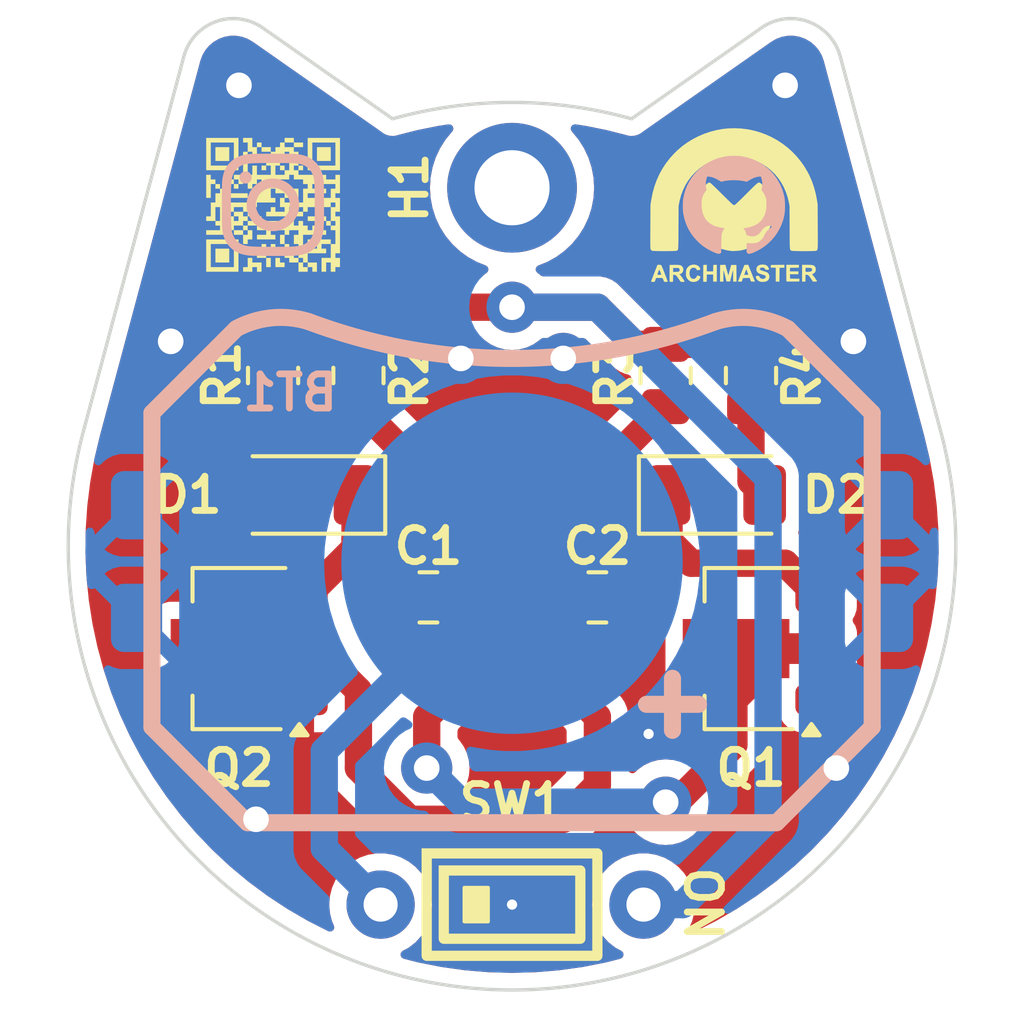
<source format=kicad_pcb>
(kicad_pcb (version 20240108) (generator "pcbnew") (generator_version "8.0")
  (layers (0 "F.Cu" signal) (31 "B.Cu" signal) (34 "B.Paste" user) (35 "F.Paste" user) (36 "B.SilkS" user "B.Silkscreen") (37 "F.SilkS" user "F.Silkscreen") (38 "B.Mask" user) (39 "F.Mask" user) (44 "Edge.Cuts" user))
  (net 0 "")
  (net 1 "Net-(BT1-+)")
  (net 2 "GND")
  (net 3 "Net-(Q1-B)")
  (net 4 "Net-(D1-K)")
  (net 5 "Net-(D2-K)")
  (net 6 "Net-(Q2-B)")
  (net 7 "Net-(D1-A)")
  (net 8 "Net-(D2-A)")
  (net 9 "Net-(SW1-B)")
  (footprint "Soso:DIP switch 1P THT" (layer "F.Cu") (at 30 41.5)
    (property "Reference" "SW1" (at 0 -3 0) (layer "F.SilkS") (effects (font (thickness 0.2) (bold yes))))
    (property "Value" "SW_SPST")
    (fp_text user "ON" (at 5 -1.2 -90) (layer "F.SilkS") (effects (font (thickness 0.2) (bold yes)) (justify left bottom)))
    (pad "1" thru_hole circle (at -3.85 0 90) (size 2 2) (drill 1) (layers "*.Cu" "*.Mask") (net 1 "Net-(BT1-+)"))
    (pad "2" thru_hole circle (at 3.85 0 90) (size 2 2) (drill 1) (layers "*.Cu" "*.Mask") (net 9 "Net-(SW1-B)"))
  )
  (footprint "Package_TO_SOT_SMD:SOT-89-3" (layer "F.Cu") (at 22 34 180)
    (property "Reference" "Q2" (at 0 -3.5 0) (layer "F.SilkS") (effects (font (thickness 0.2) (bold yes))))
    (property "Value" "2N3904U")
    (pad "1" smd roundrect (at -1.95 -1.5 180) (size 1.3 0.9) (layers "F.Cu" "F.Paste" "F.Mask") (net 2 "GND"))
    (pad "2" smd custom (at -1.8625 0 180) (size 1.475 0.9) (layers "F.Cu" "F.Paste" "F.Mask") (net 6 "Net-(Q2-B)") (options (clearance outline) (anchor rect)) (primitives (gr_poly (pts (xy 3.8625 0.8665) (xy 0.7375 0.8665) (xy 0.7375 -0.8665) (xy 3.8625 -0.8665)) (width 0) (fill yes))))
    (pad "3" smd roundrect (at -1.95 1.5 180) (size 1.3 0.9) (layers "F.Cu" "F.Paste" "F.Mask") (net 4 "Net-(D1-K)"))
  )
  (footprint "Capacitor_SMD:C_0805_2012Metric" (layer "F.Cu") (at 32.5 32.5 180)
    (property "Reference" "C2" (at 0 1.5 0) (layer "F.SilkS") (effects (font (thickness 0.2) (bold yes))))
    (property "Value" "C_Polarized")
    (pad "1" smd roundrect (at -0.95 0 180) (size 1 1.45) (layers "F.Cu" "F.Paste" "F.Mask") (net 5 "Net-(D2-K)"))
    (pad "2" smd roundrect (at 0.95 0 180) (size 1 1.45) (layers "F.Cu" "F.Paste" "F.Mask") (net 6 "Net-(Q2-B)"))
  )
  (footprint "Resistor_SMD:R_0805_2012Metric" (layer "F.Cu") (at 25.5 26 -90)
    (property "Reference" "R2" (at 0 -1.5 90) (layer "F.SilkS") (effects (font (thickness 0.2) (bold yes))))
    (property "Value" "47kR")
    (pad "1" smd roundrect (at -0.9125 0 270) (size 1.025 1.4) (layers "F.Cu" "F.Paste" "F.Mask") (roundrect_rratio 0.243902) (net 9 "Net-(SW1-B)"))
    (pad "2" smd roundrect (at 0.9125 0 270) (size 1.025 1.4) (layers "F.Cu" "F.Paste" "F.Mask") (roundrect_rratio 0.243902) (net 3 "Net-(Q1-B)"))
  )
  (footprint "Package_TO_SOT_SMD:SOT-89-3" (layer "F.Cu") (at 37 34 180)
    (property "Reference" "Q1" (at 0 -3.5 0) (layer "F.SilkS") (effects (font (thickness 0.2) (bold yes))))
    (property "Value" "2N3904U")
    (pad "1" smd roundrect (at -1.95 -1.5 180) (size 1.3 0.9) (layers "F.Cu" "F.Paste" "F.Mask") (net 2 "GND"))
    (pad "2" smd custom (at -1.8625 0 180) (size 1.475 0.9) (layers "F.Cu" "F.Paste" "F.Mask") (net 3 "Net-(Q1-B)") (options (clearance outline) (anchor rect)) (primitives (gr_poly (pts (xy 3.8625 0.8665) (xy 0.7375 0.8665) (xy 0.7375 -0.8665) (xy 3.8625 -0.8665)) (width 0) (fill yes))))
    (pad "3" smd roundrect (at -1.95 1.5 180) (size 1.3 0.9) (layers "F.Cu" "F.Paste" "F.Mask") (net 5 "Net-(D2-K)"))
  )
  (footprint "Resistor_SMD:R_0805_2012Metric" (layer "F.Cu") (at 37 26 -90)
    (property "Reference" "R4" (at 0 -1.5 90) (layer "F.SilkS") (effects (font (thickness 0.2) (bold yes))))
    (property "Value" "470R")
    (pad "1" smd roundrect (at -0.9125 0 270) (size 1.025 1.4) (layers "F.Cu" "F.Paste" "F.Mask") (roundrect_rratio 0.243902) (net 9 "Net-(SW1-B)"))
    (pad "2" smd roundrect (at 0.9125 0 270) (size 1.025 1.4) (layers "F.Cu" "F.Paste" "F.Mask") (roundrect_rratio 0.243902) (net 8 "Net-(D2-A)"))
  )
  (footprint "LED_SMD:LED_1206_3216Metric" (layer "F.Cu") (at 36 29.5)
    (property "Reference" "D2" (at 3.5 0 0) (layer "F.SilkS") (effects (font (thickness 0.2) (bold yes))))
    (property "Value" "LED")
    (pad "1" smd roundrect (at -1.4 0) (size 1.25 1.75) (layers "F.Cu" "F.Paste" "F.Mask") (roundrect_rratio 0.2) (net 5 "Net-(D2-K)"))
    (pad "2" smd roundrect (at 1.4 0) (size 1.25 1.75) (layers "F.Cu" "F.Paste" "F.Mask") (roundrect_rratio 0.2) (net 8 "Net-(D2-A)"))
  )
  (footprint "MountingHole:MountingHole_2.2mm_M2_DIN965_Pad" (layer "F.Cu") (at 30 20.5)
    (property "Reference" "H1" (at -3 0 90) (layer "F.SilkS") (effects (font (thickness 0.2) (bold yes))))
    (property "Value" "MountingHole")
    (pad "1" thru_hole circle (at 0 0) (size 3.8 3.8) (drill 2.2) (layers "*.Cu" "*.Mask"))
  )
  (footprint "Logos:ARCHMASTER QR 5mm" (layer "F.Cu") (at 23 21)
    (property "Reference" "G***" (hide yes))
    (property "Value" "LOGO" (hide yes))
  )
  (footprint "Resistor_SMD:R_0805_2012Metric" (layer "F.Cu") (at 34.5 26 -90)
    (property "Reference" "R3" (at 0 1.5 90) (layer "F.SilkS") (effects (font (thickness 0.2) (bold yes))))
    (property "Value" "47kR")
    (pad "1" smd roundrect (at -0.9125 0 270) (size 1.025 1.4) (layers "F.Cu" "F.Paste" "F.Mask") (roundrect_rratio 0.243902) (net 9 "Net-(SW1-B)"))
    (pad "2" smd roundrect (at 0.9125 0 270) (size 1.025 1.4) (layers "F.Cu" "F.Paste" "F.Mask") (roundrect_rratio 0.243902) (net 6 "Net-(Q2-B)"))
  )
  (footprint "Resistor_SMD:R_0805_2012Metric" (layer "F.Cu") (at 23 26 -90)
    (property "Reference" "R1" (at 0 1.5 90) (layer "F.SilkS") (effects (font (thickness 0.2) (bold yes))))
    (property "Value" "470R")
    (pad "1" smd roundrect (at -0.9125 0 270) (size 1.025 1.4) (layers "F.Cu" "F.Paste" "F.Mask") (roundrect_rratio 0.243902) (net 9 "Net-(SW1-B)"))
    (pad "2" smd roundrect (at 0.9125 0 270) (size 1.025 1.4) (layers "F.Cu" "F.Paste" "F.Mask") (roundrect_rratio 0.243902) (net 7 "Net-(D1-A)"))
  )
  (footprint "LED_SMD:LED_1206_3216Metric" (layer "F.Cu") (at 24 29.5 180)
    (property "Reference" "D1" (at 3.5 0 0) (layer "F.SilkS") (effects (font (thickness 0.2) (bold yes))))
    (property "Value" "LED")
    (pad "1" smd roundrect (at -1.4 0 180) (size 1.25 1.75) (layers "F.Cu" "F.Paste" "F.Mask") (roundrect_rratio 0.2) (net 4 "Net-(D1-K)"))
    (pad "2" smd roundrect (at 1.4 0 180) (size 1.25 1.75) (layers "F.Cu" "F.Paste" "F.Mask") (roundrect_rratio 0.2) (net 7 "Net-(D1-A)"))
  )
  (footprint "Logos:ARCHMASTER Logo 5mm" (layer "F.Cu") (at 36.5 21)
    (property "Reference" "G***" (hide yes))
    (property "Value" "LOGO" (hide yes))
  )
  (footprint "Capacitor_SMD:C_0805_2012Metric" (layer "F.Cu") (at 27.55 32.5)
    (property "Reference" "C1" (at 0 -1.5 0) (layer "F.SilkS") (effects (font (thickness 0.2) (bold yes))))
    (property "Value" "C_Polarized")
    (pad "1" smd roundrect (at -0.95 0) (size 1 1.45) (layers "F.Cu" "F.Paste" "F.Mask") (net 4 "Net-(D1-K)"))
    (pad "2" smd roundrect (at 0.95 0) (size 1 1.45) (layers "F.Cu" "F.Paste" "F.Mask") (net 3 "Net-(Q1-B)"))
  )
  (footprint "Logos:instagram" (layer "B.Cu") (at 23 21 180)
    (property "Reference" "G***" (hide yes))
    (property "Value" "LOGO" (hide yes))
  )
  (footprint "Soso:BATTERY holder CR2032 SMD" (layer "B.Cu") (at 30 31.5)
    (property "Reference" "BT1" (at -6.5 -5 0) (layer "B.SilkS") (effects (font (thickness 0.2) (bold yes)) (justify mirror)))
    (property "Value" "Battery_Cell")
    (fp_text user "+" (at 4.7 3.1 180) (layer "B.SilkS") (effects (font (size 2 2) (thickness 0.5) (bold yes)) (justify bottom mirror)))
    (pad "1" smd circle (at 0 0 180) (size 10 10) (layers "B.Cu" "B.Paste" "B.Mask") (net 1 "Net-(BT1-+)"))
    (pad "2" smd roundrect (at -11 -1.7 270) (size 2 1.5) (layers "B.Cu" "B.Paste" "B.Mask") (net 2 "GND"))
    (pad "2" smd roundrect (at -11 1.6 270) (size 2 1.5) (layers "B.Cu" "B.Paste" "B.Mask") (net 2 "GND"))
    (pad "2" smd roundrect (at 11 -1.7 270) (size 2 1.5) (layers "B.Cu" "B.Paste" "B.Mask") (net 2 "GND"))
    (pad "2" smd roundrect (at 11 1.6 270) (size 2 1.5) (layers "B.Cu" "B.Paste" "B.Mask") (net 2 "GND"))
  )
  (footprint "Logos:github" (layer "B.Cu") (at 36.5 21 180)
    (property "Reference" "G***" (hide yes))
    (property "Value" "LOGO" (hide yes))
  )
  (gr_line (start 37.305805 15.815162) (end 33.5 18.480016) (stroke (width 0.1)) (layer "Edge.Cuts"))
  (gr_arc (start 37.305805 15.815162) (mid 38.679188 15.634362) (end 39.61504 16.655675) (stroke (width 0.1)) (layer "Edge.Cuts"))
  (gr_arc (start 42.557036 27.635352) (mid 30 44) (end 17.442964 27.635352) (stroke (width 0.1)) (layer "Edge.Cuts"))
  (gr_arc (start 20.38496 16.655674) (mid 21.320819 15.634364) (end 22.694214 15.815175) (stroke (width 0.1)) (layer "Edge.Cuts"))
  (gr_line (start 26.5 18.480016) (end 22.694214 15.815175) (stroke (width 0.1)) (layer "Edge.Cuts"))
  (gr_line (start 20.38496 16.655674) (end 17.442964 27.635352) (stroke (width 0.1)) (layer "Edge.Cuts"))
  (gr_line (start 42.557036 27.635352) (end 39.61504 16.655675) (stroke (width 0.1)) (layer "Edge.Cuts"))
  (gr_arc (start 26.5 18.480016) (mid 30 18) (end 33.5 18.480016) (stroke (width 0.1)) (layer "Edge.Cuts"))
  (segment (start 24.5 39.85) (end 26.15 41.5) (width 0.8) (layer "B.Cu") (net 1))
  (segment (start 24.5 37) (end 24.5 39.85) (width 0.8) (layer "B.Cu") (net 1))
  (segment (start 30 31.5) (end 24.5 37) (width 0.8) (layer "B.Cu") (net 1))
  (via (at 40 25) (size 1.5) (drill 0.75) (layers "F.Cu" "B.Cu") (net 2))
  (via (at 30 41.5) (size 0.6) (drill 0.3) (layers "F.Cu" "B.Cu") (net 2))
  (via (at 38 17.5) (size 1.5) (drill 0.75) (layers "F.Cu" "B.Cu") (net 2))
  (via (at 20 25) (size 1.5) (drill 0.75) (layers "F.Cu" "B.Cu") (net 2))
  (via (at 22.5 39) (size 1.5) (drill 0.75) (layers "F.Cu" "B.Cu") (net 2))
  (via (at 39.5 37.5) (size 1.5) (drill 0.75) (layers "F.Cu" "B.Cu") (net 2))
  (via (at 28.5 25.5) (size 1.5) (drill 0.75) (layers "F.Cu" "B.Cu") (net 2))
  (via (at 22 17.5) (size 1.5) (drill 0.75) (layers "F.Cu" "B.Cu") (net 2))
  (via (at 34 36.5) (size 0.6) (drill 0.3) (layers "F.Cu" "B.Cu") (net 2))
  (via (at 31.5 25.5) (size 1.5) (drill 0.75) (layers "F.Cu" "B.Cu") (net 2))
  (segment (start 25.5 26.9125) (end 28.5 29.9125) (width 0.8) (layer "F.Cu") (net 3))
  (segment (start 34.81352 38.5) (end 36.5 36.81352) (width 0.8) (layer "F.Cu") (net 3))
  (segment (start 34.5 38.5) (end 34.81352 38.5) (width 0.8) (layer "F.Cu") (net 3))
  (segment (start 36.5 35.5) (end 38 34) (width 0.8) (layer "F.Cu") (net 3))
  (segment (start 28.5 29.9125) (end 28.5 32.5) (width 0.8) (layer "F.Cu") (net 3))
  (segment (start 28.5 35) (end 27.5 36) (width 0.8) (layer "F.Cu") (net 3))
  (segment (start 36.5 36.81352) (end 36.5 35.5) (width 0.8) (layer "F.Cu") (net 3))
  (segment (start 28.5 32.5) (end 28.5 35) (width 0.8) (layer "F.Cu") (net 3))
  (segment (start 27.5 36) (end 27.5 37.5) (width 0.8) (layer "F.Cu") (net 3))
  (segment (start 38 34) (end 38.8625 34) (width 0.8) (layer "F.Cu") (net 3))
  (via (at 34.5 38.5) (size 1.5) (drill 0.75) (layers "F.Cu" "B.Cu") (net 3))
  (via (at 27.5 37.5) (size 1.5) (drill 0.75) (layers "F.Cu" "B.Cu") (net 3))
  (segment (start 27.5 37.5) (end 28.5 38.5) (width 0.8) (layer "B.Cu") (net 3))
  (segment (start 28.5 38.5) (end 34.5 38.5) (width 0.8) (layer "B.Cu") (net 3))
  (segment (start 25.4 29.5) (end 25.4 30.8) (width 0.8) (layer "F.Cu") (net 4))
  (segment (start 23.95 32.5) (end 25.4 31.05) (width 0.8) (layer "F.Cu") (net 4))
  (segment (start 26.6 32) (end 26.6 32.5) (width 0.8) (layer "F.Cu") (net 4))
  (segment (start 25.4 31.05) (end 25.4 30.8) (width 0.8) (layer "F.Cu") (net 4))
  (segment (start 25.4 30.8) (end 26.6 32) (width 0.8) (layer "F.Cu") (net 4))
  (segment (start 34.6 29.5) (end 34.6 30.85) (width 0.8) (layer "F.Cu") (net 5))
  (segment (start 38.95 32.45) (end 38 31.5) (width 0.8) (layer "F.Cu") (net 5))
  (segment (start 33.45 32) (end 33.45 32.5) (width 0.8) (layer "F.Cu") (net 5))
  (segment (start 38.95 32.5) (end 38.95 32.45) (width 0.8) (layer "F.Cu") (net 5))
  (segment (start 38 31.5) (end 35.25 31.5) (width 0.8) (layer "F.Cu") (net 5))
  (segment (start 34.6 30.85) (end 33.45 32) (width 0.8) (layer "F.Cu") (net 5))
  (segment (start 35.25 31.5) (end 34.6 30.85) (width 0.8) (layer "F.Cu") (net 5))
  (segment (start 31.55 32.5) (end 31.55 35.05) (width 0.8) (layer "F.Cu") (net 6))
  (segment (start 31.55 29.8625) (end 31.55 32.5) (width 0.8) (layer "F.Cu") (net 6))
  (segment (start 32.5 38) (end 31.5 39) (width 0.8) (layer "F.Cu") (net 6))
  (segment (start 31.5 39) (end 27 39) (width 0.8) (layer "F.Cu") (net 6))
  (segment (start 31.55 35.05) (end 32.5 36) (width 0.8) (layer "F.Cu") (net 6))
  (segment (start 24.27296 34) (end 23.8625 34) (width 0.8) (layer "F.Cu") (net 6))
  (segment (start 25.5 37.5) (end 25.5 35.22704) (width 0.8) (layer "F.Cu") (net 6))
  (segment (start 27 39) (end 25.5 37.5) (width 0.8) (layer "F.Cu") (net 6))
  (segment (start 34.5 26.9125) (end 31.55 29.8625) (width 0.8) (layer "F.Cu") (net 6))
  (segment (start 32.5 36) (end 32.5 38) (width 0.8) (layer "F.Cu") (net 6))
  (segment (start 25.5 35.22704) (end 24.27296 34) (width 0.8) (layer "F.Cu") (net 6))
  (segment (start 23 29.1) (end 22.6 29.5) (width 0.8) (layer "F.Cu") (net 7))
  (segment (start 23 26.9125) (end 23 29.1) (width 0.8) (layer "F.Cu") (net 7))
  (segment (start 37 26.9125) (end 37 29.1) (width 0.8) (layer "F.Cu") (net 8))
  (segment (start 37 29.1) (end 37.4 29.5) (width 0.8) (layer "F.Cu") (net 8))
  (segment (start 33.5875 25.0875) (end 37 25.0875) (width 0.8) (layer "F.Cu") (net 9))
  (segment (start 30 24) (end 32.5 24) (width 0.8) (layer "F.Cu") (net 9))
  (segment (start 26.4125 25.0875) (end 23 25.0875) (width 0.8) (layer "F.Cu") (net 9))
  (segment (start 32.5 24) (end 33.5875 25.0875) (width 0.8) (layer "F.Cu") (net 9))
  (segment (start 27.5 24) (end 26.4125 25.0875) (width 0.8) (layer "F.Cu") (net 9))
  (segment (start 30 24) (end 27.5 24) (width 0.8) (layer "F.Cu") (net 9))
  (via (at 30 24) (size 1.5) (drill 0.75) (layers "F.Cu" "B.Cu") (net 9))
  (segment (start 37.5 29) (end 37.5 39) (width 0.8) (layer "B.Cu") (net 9))
  (segment (start 35 41.5) (end 33.85 41.5) (width 0.8) (layer "B.Cu") (net 9))
  (segment (start 32.5 24) (end 37.5 29) (width 0.8) (layer "B.Cu") (net 9))
  (segment (start 30 24) (end 32.5 24) (width 0.8) (layer "B.Cu") (net 9))
  (segment (start 37.5 39) (end 35 41.5) (width 0.8) (layer "B.Cu") (net 9))
  (zone (net 2) (net_name "GND") (layers "F&B.Cu") (connect_pads (clearance 0.5)) (min_thickness 0.25) (fill yes (thermal_gap 0.5) (thermal_bridge_width 0.5))
    (polygon (pts (xy 15 15) (xy 45 15) (xy 45 45) (xy 15 45)))
  )
)
</source>
